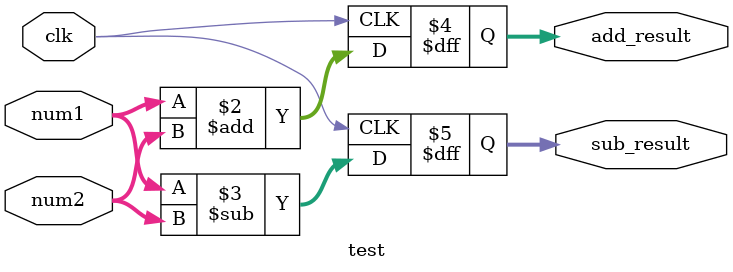
<source format=sv>
`timescale 1ns / 1ps


module test(
 input clk,
 input logic [7:0] num1,
 input logic [7:0] num2,
 output logic [8:0] add_result,
 output logic [8:0] sub_result
    );
 always @(posedge clk)begin
    add_result <= num1+num2;
    sub_result <= num1-num2;
 end
endmodule

</source>
